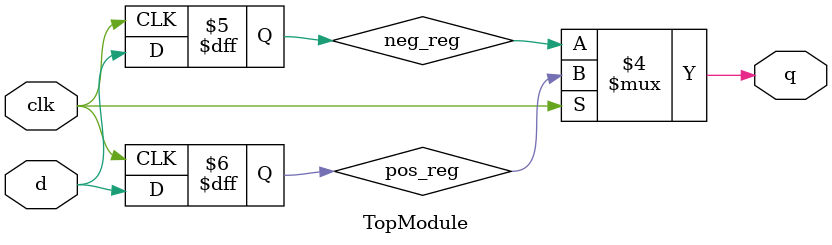
<source format=sv>

module TopModule (
  input clk,
  input d,
  output reg q
);

reg pos_reg, neg_reg;

// Positive edge triggered flip-flop
always @(posedge clk) begin
    pos_reg <= d;
end

// Negative edge triggered flip-flop
always @(negedge clk) begin
    neg_reg <= d;
end

// Select output based on clock level
always @(*) begin
    q = clk ? pos_reg : neg_reg;
end
endmodule

</source>
